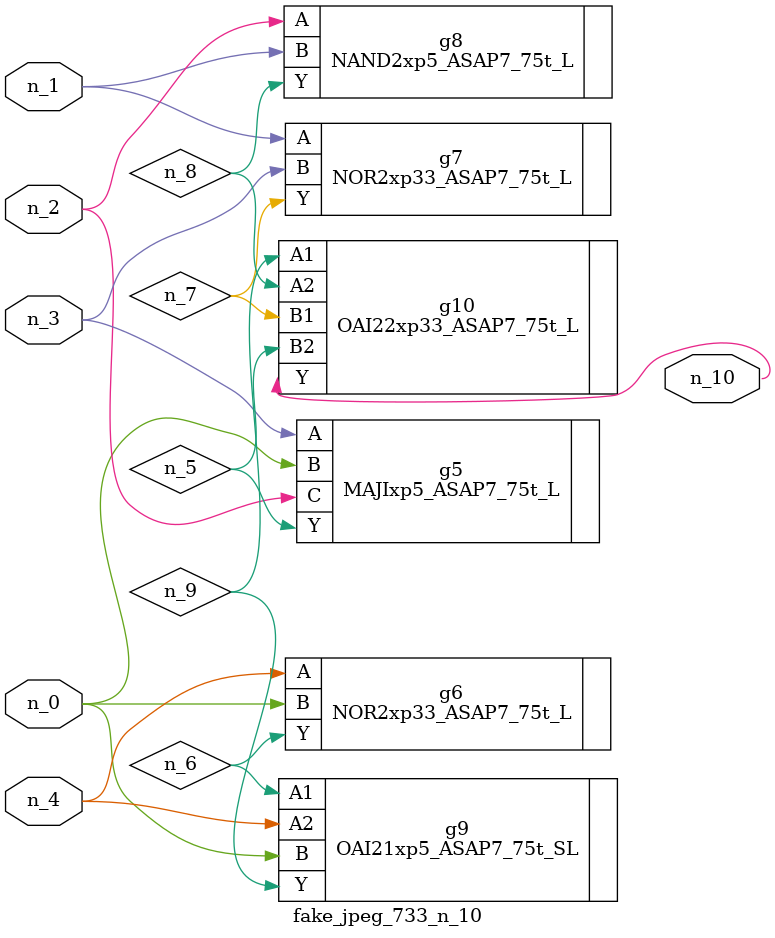
<source format=v>
module fake_jpeg_733_n_10 (n_3, n_2, n_1, n_0, n_4, n_10);

input n_3;
input n_2;
input n_1;
input n_0;
input n_4;

output n_10;

wire n_8;
wire n_9;
wire n_6;
wire n_5;
wire n_7;

MAJIxp5_ASAP7_75t_L g5 ( 
.A(n_3),
.B(n_0),
.C(n_2),
.Y(n_5)
);

NOR2xp33_ASAP7_75t_L g6 ( 
.A(n_4),
.B(n_0),
.Y(n_6)
);

NOR2xp33_ASAP7_75t_L g7 ( 
.A(n_1),
.B(n_3),
.Y(n_7)
);

NAND2xp5_ASAP7_75t_L g8 ( 
.A(n_2),
.B(n_1),
.Y(n_8)
);

OAI21xp5_ASAP7_75t_SL g9 ( 
.A1(n_6),
.A2(n_4),
.B(n_0),
.Y(n_9)
);

OAI22xp33_ASAP7_75t_L g10 ( 
.A1(n_9),
.A2(n_8),
.B1(n_7),
.B2(n_5),
.Y(n_10)
);


endmodule
</source>
